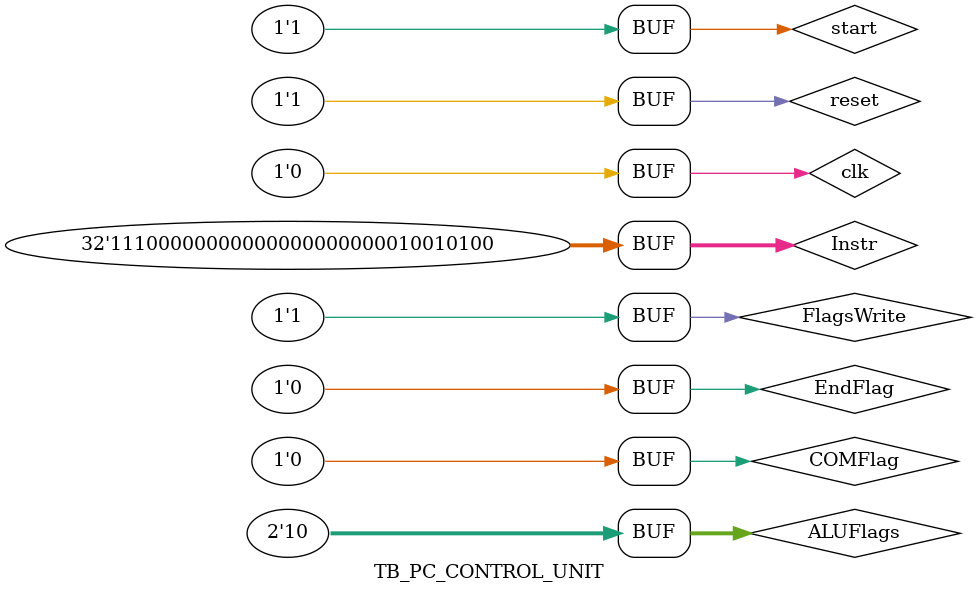
<source format=sv>
module TB_PC_CONTROL_UNIT;
	
	logic clk, reset, start, FlagsWrite, EndFlag, COMFlag;
	logic [31:0] Instr, PC;
	logic [1:0]  ALUFlags;

	pc_control_unit pcu(
					// Entradas
					.clk(clk), 
					.reset(reset),
					.start(start),
					.FlagsWrite(FlagsWrite),
					.Id(Instr[31:28]), 
					.ALUFlags(ALUFlags),
					.Imm(Instr[17:0]),
					// Salidas
					.EndFlag(EndFlag),
					.COMFlag(COMFlag),
					.PCNext(PC)
					);
	
	// generate clock to sequence tests
	always
	begin
		clk <= 1; # 5; clk <= 0; # 5;
	end
 
	initial begin
		// start
		reset = 0;
		#10
		
		FlagsWrite = 0;
		ALUFlags = 2'b00;
		EndFlag = 0;
		COMFlag = 0;
		Instr = 32'h65000007; // mov r7, #8    -> pc = pc+4
		
		reset = 1;
		start = 1;
		#10;

		// JMP encrypt_store
		Instr = 32'hC0000050;
		#10;
		
		// JEQ fin2
		ALUFlags = 2'b01;
		FlagsWrite = 1;
		Instr = 32'hD000013C;
		#10;
		
		// JLT exp_add
		ALUFlags = 2'b10;
		FlagsWrite = 1;
		Instr = 32'hE0000094;
		#10;
	end
endmodule
</source>
